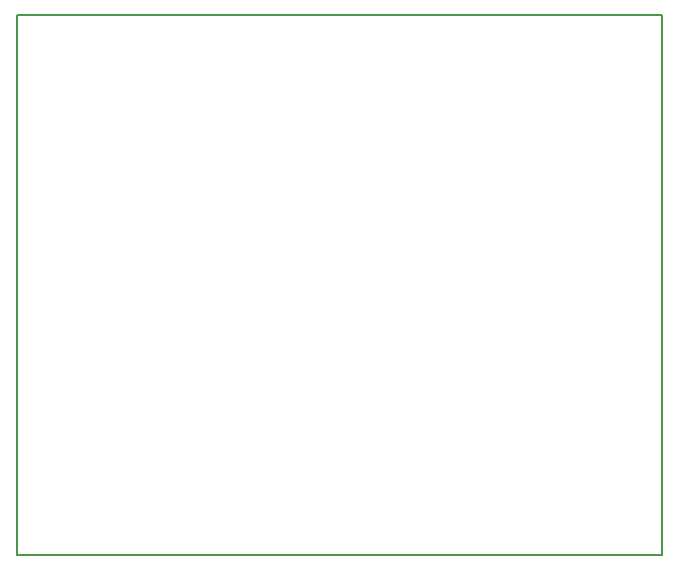
<source format=gm1>
G04 #@! TF.GenerationSoftware,KiCad,Pcbnew,5.0.2-bee76a0~70~ubuntu18.04.1*
G04 #@! TF.CreationDate,2019-03-27T10:37:12-04:00*
G04 #@! TF.ProjectId,DAC,4441432e-6b69-4636-9164-5f7063625858,rev?*
G04 #@! TF.SameCoordinates,Original*
G04 #@! TF.FileFunction,Profile,NP*
%FSLAX46Y46*%
G04 Gerber Fmt 4.6, Leading zero omitted, Abs format (unit mm)*
G04 Created by KiCad (PCBNEW 5.0.2-bee76a0~70~ubuntu18.04.1) date Wed 27 Mar 2019 10:37:12 AM EDT*
%MOMM*%
%LPD*%
G01*
G04 APERTURE LIST*
%ADD10C,0.150000*%
G04 APERTURE END LIST*
D10*
X11430000Y-13970000D02*
X11430000Y-59690000D01*
X66040000Y-13970000D02*
X11430000Y-13970000D01*
X66040000Y-59690000D02*
X66040000Y-13970000D01*
X11430000Y-59690000D02*
X66040000Y-59690000D01*
M02*

</source>
